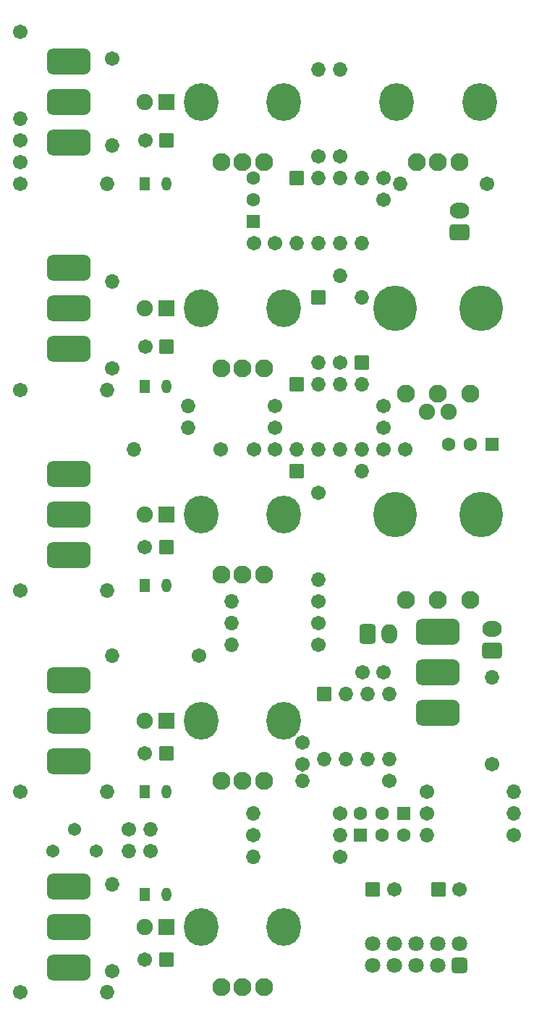
<source format=gbr>
G04 #@! TF.GenerationSoftware,KiCad,Pcbnew,(6.0.5)*
G04 #@! TF.CreationDate,2022-05-27T13:29:34-04:00*
G04 #@! TF.ProjectId,minidrone,6d696e69-6472-46f6-9e65-2e6b69636164,rev?*
G04 #@! TF.SameCoordinates,Original*
G04 #@! TF.FileFunction,Soldermask,Top*
G04 #@! TF.FilePolarity,Negative*
%FSLAX46Y46*%
G04 Gerber Fmt 4.6, Leading zero omitted, Abs format (unit mm)*
G04 Created by KiCad (PCBNEW (6.0.5)) date 2022-05-27 13:29:34*
%MOMM*%
%LPD*%
G01*
G04 APERTURE LIST*
G04 Aperture macros list*
%AMRoundRect*
0 Rectangle with rounded corners*
0 $1 Rounding radius*
0 $2 $3 $4 $5 $6 $7 $8 $9 X,Y pos of 4 corners*
0 Add a 4 corners polygon primitive as box body*
4,1,4,$2,$3,$4,$5,$6,$7,$8,$9,$2,$3,0*
0 Add four circle primitives for the rounded corners*
1,1,$1+$1,$2,$3*
1,1,$1+$1,$4,$5*
1,1,$1+$1,$6,$7*
1,1,$1+$1,$8,$9*
0 Add four rect primitives between the rounded corners*
20,1,$1+$1,$2,$3,$4,$5,0*
20,1,$1+$1,$4,$5,$6,$7,0*
20,1,$1+$1,$6,$7,$8,$9,0*
20,1,$1+$1,$8,$9,$2,$3,0*%
G04 Aperture macros list end*
%ADD10O,4.002000X4.402000*%
%ADD11C,2.102000*%
%ADD12O,5.102000X5.302000*%
%ADD13C,1.902000*%
%ADD14RoundRect,0.051000X0.900000X0.900000X-0.900000X0.900000X-0.900000X-0.900000X0.900000X-0.900000X0*%
%ADD15RoundRect,0.801000X-1.750000X-0.750000X1.750000X-0.750000X1.750000X0.750000X-1.750000X0.750000X0*%
%ADD16C,1.702000*%
%ADD17O,1.702000X1.702000*%
%ADD18RoundRect,0.051000X-0.525000X-0.750000X0.525000X-0.750000X0.525000X0.750000X-0.525000X0.750000X0*%
%ADD19O,1.152000X1.602000*%
%ADD20RoundRect,0.301000X0.845000X-0.620000X0.845000X0.620000X-0.845000X0.620000X-0.845000X-0.620000X0*%
%ADD21O,2.292000X1.842000*%
%ADD22RoundRect,0.051000X0.800000X0.800000X-0.800000X0.800000X-0.800000X-0.800000X0.800000X-0.800000X0*%
%ADD23RoundRect,0.051000X-0.750000X-0.750000X0.750000X-0.750000X0.750000X0.750000X-0.750000X0.750000X0*%
%ADD24C,1.602000*%
%ADD25RoundRect,0.301000X-0.620000X-0.845000X0.620000X-0.845000X0.620000X0.845000X-0.620000X0.845000X0*%
%ADD26O,1.842000X2.292000*%
%ADD27RoundRect,0.051000X-0.800000X0.800000X-0.800000X-0.800000X0.800000X-0.800000X0.800000X0.800000X0*%
%ADD28C,1.542000*%
%ADD29RoundRect,0.051000X0.800000X-0.800000X0.800000X0.800000X-0.800000X0.800000X-0.800000X-0.800000X0*%
%ADD30RoundRect,0.051000X0.750000X-0.750000X0.750000X0.750000X-0.750000X0.750000X-0.750000X-0.750000X0*%
%ADD31RoundRect,0.051000X-0.800000X-0.800000X0.800000X-0.800000X0.800000X0.800000X-0.800000X0.800000X0*%
%ADD32RoundRect,0.051000X0.750000X0.750000X-0.750000X0.750000X-0.750000X-0.750000X0.750000X-0.750000X0*%
%ADD33RoundRect,0.301000X0.600000X-0.600000X0.600000X0.600000X-0.600000X0.600000X-0.600000X-0.600000X0*%
%ADD34C,1.802000*%
G04 APERTURE END LIST*
D10*
X195335000Y-116820000D03*
X185635000Y-116820000D03*
D11*
X187985000Y-123820000D03*
X190485000Y-123820000D03*
X192985000Y-123820000D03*
D12*
X208310000Y-92710000D03*
X218410000Y-92710000D03*
D11*
X209610000Y-102710000D03*
X213360000Y-102710000D03*
X217110000Y-102710000D03*
D10*
X195335000Y-44430000D03*
X185635000Y-44430000D03*
D11*
X187985000Y-51430000D03*
X190485000Y-51430000D03*
X192985000Y-51430000D03*
D13*
X212090000Y-80645000D03*
X214630000Y-80645000D03*
D14*
X181595000Y-68560000D03*
D13*
X179055000Y-68560000D03*
D15*
X170165000Y-39680000D03*
X170165000Y-44430000D03*
X170165000Y-49180000D03*
X213345000Y-106375000D03*
X213345000Y-111125000D03*
X213345000Y-115875000D03*
D12*
X208310000Y-68580000D03*
X218410000Y-68580000D03*
D11*
X209610000Y-78580000D03*
X213360000Y-78580000D03*
X217110000Y-78580000D03*
D10*
X195335000Y-92690000D03*
X185635000Y-92690000D03*
D11*
X187985000Y-99690000D03*
X190485000Y-99690000D03*
X192985000Y-99690000D03*
D15*
X170165000Y-87940000D03*
X170165000Y-92690000D03*
X170165000Y-97440000D03*
D10*
X208510000Y-44450000D03*
X218210000Y-44450000D03*
D11*
X210860000Y-51450000D03*
X213360000Y-51450000D03*
X215860000Y-51450000D03*
D10*
X185635000Y-68560000D03*
X195335000Y-68560000D03*
D11*
X187985000Y-75560000D03*
X190485000Y-75560000D03*
X192985000Y-75560000D03*
D14*
X181595000Y-140950000D03*
D13*
X179055000Y-140950000D03*
D14*
X181595000Y-116820000D03*
D13*
X179055000Y-116820000D03*
D15*
X170165000Y-63810000D03*
X170165000Y-68560000D03*
X170165000Y-73310000D03*
X170165000Y-112070000D03*
X170165000Y-116820000D03*
X170165000Y-121570000D03*
D14*
X181610000Y-44430000D03*
D13*
X179070000Y-44430000D03*
D15*
X170165000Y-136200000D03*
X170165000Y-140950000D03*
X170165000Y-145700000D03*
D10*
X185635000Y-140950000D03*
X195335000Y-140950000D03*
D11*
X187985000Y-147950000D03*
X190485000Y-147950000D03*
X192985000Y-147950000D03*
D14*
X181595000Y-92690000D03*
D13*
X179055000Y-92690000D03*
D16*
X194320000Y-85090000D03*
X191820000Y-85090000D03*
X199390000Y-102870000D03*
D17*
X189230000Y-102870000D03*
D16*
X185420000Y-109220000D03*
D17*
X175260000Y-109220000D03*
D16*
X179695000Y-132075000D03*
D17*
X177155000Y-132075000D03*
D16*
X191770000Y-130175000D03*
D17*
X201930000Y-130175000D03*
D18*
X179070000Y-77745000D03*
D19*
X181610000Y-77745000D03*
D18*
X179070000Y-125095000D03*
D19*
X181610000Y-125095000D03*
D16*
X207010000Y-85090000D03*
X209510000Y-85090000D03*
D20*
X215900000Y-59690000D03*
D21*
X215900000Y-57150000D03*
D16*
X164450000Y-53955000D03*
D17*
X174610000Y-53955000D03*
D16*
X164465000Y-101600000D03*
D17*
X174625000Y-101600000D03*
D22*
X181570000Y-144780000D03*
D16*
X179070000Y-144780000D03*
X164465000Y-125095000D03*
D17*
X174625000Y-125095000D03*
D23*
X204250000Y-130175000D03*
D24*
X206790000Y-130175000D03*
X209330000Y-130175000D03*
D25*
X205105000Y-106700000D03*
D26*
X207645000Y-106700000D03*
D27*
X196850000Y-53340000D03*
D17*
X199390000Y-53340000D03*
X201930000Y-53340000D03*
X204470000Y-53340000D03*
X204470000Y-60960000D03*
X201930000Y-60960000D03*
X199390000Y-60960000D03*
X196850000Y-60960000D03*
D16*
X219710000Y-121920000D03*
D17*
X219710000Y-111760000D03*
D16*
X164465000Y-36195000D03*
D17*
X164465000Y-46355000D03*
D18*
X179070000Y-137160000D03*
D19*
X181610000Y-137160000D03*
D18*
X179070000Y-100965000D03*
D19*
X181610000Y-100965000D03*
D16*
X207010000Y-82530000D03*
X207010000Y-80030000D03*
X204490000Y-111125000D03*
X206990000Y-111125000D03*
X212090000Y-125095000D03*
D17*
X222250000Y-125095000D03*
D28*
X173355000Y-132080000D03*
X170815000Y-129540000D03*
X168275000Y-132080000D03*
D16*
X177155000Y-129535000D03*
D17*
X179695000Y-129535000D03*
D16*
X197485000Y-119400000D03*
X197485000Y-121900000D03*
D29*
X204470000Y-74930000D03*
D17*
X204470000Y-67310000D03*
D30*
X191770000Y-58420000D03*
D24*
X191770000Y-55880000D03*
X191770000Y-53340000D03*
D18*
X179070000Y-53975000D03*
D19*
X181610000Y-53975000D03*
D16*
X201930000Y-127635000D03*
D17*
X191770000Y-127635000D03*
D27*
X196850000Y-77470000D03*
D17*
X199390000Y-77470000D03*
X201930000Y-77470000D03*
X204470000Y-77470000D03*
X204470000Y-85090000D03*
X201930000Y-85090000D03*
X199390000Y-85090000D03*
X196850000Y-85090000D03*
D31*
X205740000Y-136525000D03*
D16*
X208240000Y-136525000D03*
X164465000Y-48935000D03*
X164465000Y-51435000D03*
D22*
X181610000Y-48895000D03*
D16*
X179110000Y-48895000D03*
D27*
X200035000Y-113675000D03*
D17*
X202575000Y-113675000D03*
X205115000Y-113675000D03*
X207655000Y-113675000D03*
X207655000Y-121295000D03*
X205115000Y-121295000D03*
X202575000Y-121295000D03*
X200035000Y-121295000D03*
D16*
X199390000Y-90170000D03*
D17*
X199390000Y-100330000D03*
D16*
X164465000Y-148590000D03*
D17*
X174625000Y-148590000D03*
D22*
X181595000Y-73005000D03*
D16*
X179095000Y-73005000D03*
D31*
X213400000Y-136525000D03*
D16*
X215900000Y-136525000D03*
X201930000Y-50800000D03*
D17*
X201930000Y-40640000D03*
D32*
X209330000Y-127635000D03*
D24*
X206790000Y-127635000D03*
X204250000Y-127635000D03*
D27*
X199390000Y-67310000D03*
D17*
X199390000Y-74930000D03*
D16*
X207645000Y-123825000D03*
D17*
X197485000Y-123825000D03*
D32*
X219710000Y-84455000D03*
D24*
X217170000Y-84455000D03*
X214630000Y-84455000D03*
D16*
X201930000Y-74930000D03*
D17*
X201930000Y-64770000D03*
D16*
X201930000Y-132715000D03*
D17*
X191770000Y-132715000D03*
D16*
X164465000Y-78105000D03*
D17*
X174625000Y-78105000D03*
D20*
X219710000Y-108585000D03*
D21*
X219710000Y-106045000D03*
D16*
X175245000Y-39350000D03*
D17*
X175245000Y-49510000D03*
D16*
X207000000Y-55840000D03*
X207000000Y-53340000D03*
X199390000Y-107950000D03*
D17*
X189230000Y-107950000D03*
D16*
X194310000Y-80010000D03*
D17*
X184150000Y-80010000D03*
D16*
X199390000Y-50800000D03*
D17*
X199390000Y-40640000D03*
D16*
X219075000Y-53975000D03*
D17*
X208915000Y-53975000D03*
D33*
X215900000Y-145415000D03*
D34*
X215900000Y-142875000D03*
X213360000Y-145415000D03*
X213360000Y-142875000D03*
X210820000Y-145415000D03*
X210820000Y-142875000D03*
X208280000Y-145415000D03*
X208280000Y-142875000D03*
X205740000Y-145415000D03*
X205740000Y-142875000D03*
D31*
X196850000Y-87630000D03*
D17*
X204470000Y-87630000D03*
D22*
X181570000Y-120650000D03*
D16*
X179070000Y-120650000D03*
X212090000Y-127635000D03*
D17*
X222250000Y-127635000D03*
D16*
X199390000Y-105410000D03*
D17*
X189230000Y-105410000D03*
D16*
X175260000Y-75565000D03*
D17*
X175260000Y-65405000D03*
D16*
X187960000Y-85090000D03*
D17*
X177800000Y-85090000D03*
D16*
X222250000Y-130175000D03*
D17*
X212090000Y-130175000D03*
D16*
X194310000Y-82550000D03*
D17*
X184150000Y-82550000D03*
D16*
X194310000Y-60960000D03*
X191810000Y-60960000D03*
D22*
X181545113Y-96520000D03*
D16*
X179045113Y-96520000D03*
X175260000Y-146125000D03*
D17*
X175260000Y-135965000D03*
G36*
X197688526Y-122720963D02*
G01*
X197688942Y-122722919D01*
X197687578Y-122724227D01*
X197633208Y-122739407D01*
X197632824Y-122739475D01*
X197618132Y-122740606D01*
X197553094Y-122765265D01*
X197511889Y-122820933D01*
X197507322Y-122890042D01*
X197540841Y-122950645D01*
X197599085Y-122982041D01*
X197600135Y-122983744D01*
X197599186Y-122985504D01*
X197597720Y-122985758D01*
X197573745Y-122980662D01*
X197396255Y-122980662D01*
X197362268Y-122987886D01*
X197360366Y-122987268D01*
X197359950Y-122985312D01*
X197361117Y-122984070D01*
X197424632Y-122958969D01*
X197465056Y-122902732D01*
X197468658Y-122833568D01*
X197434298Y-122773436D01*
X197379224Y-122744733D01*
X197378150Y-122743045D01*
X197379074Y-122741272D01*
X197380564Y-122741003D01*
X197396255Y-122744338D01*
X197573745Y-122744338D01*
X197686624Y-122720345D01*
X197688526Y-122720963D01*
G37*
M02*

</source>
